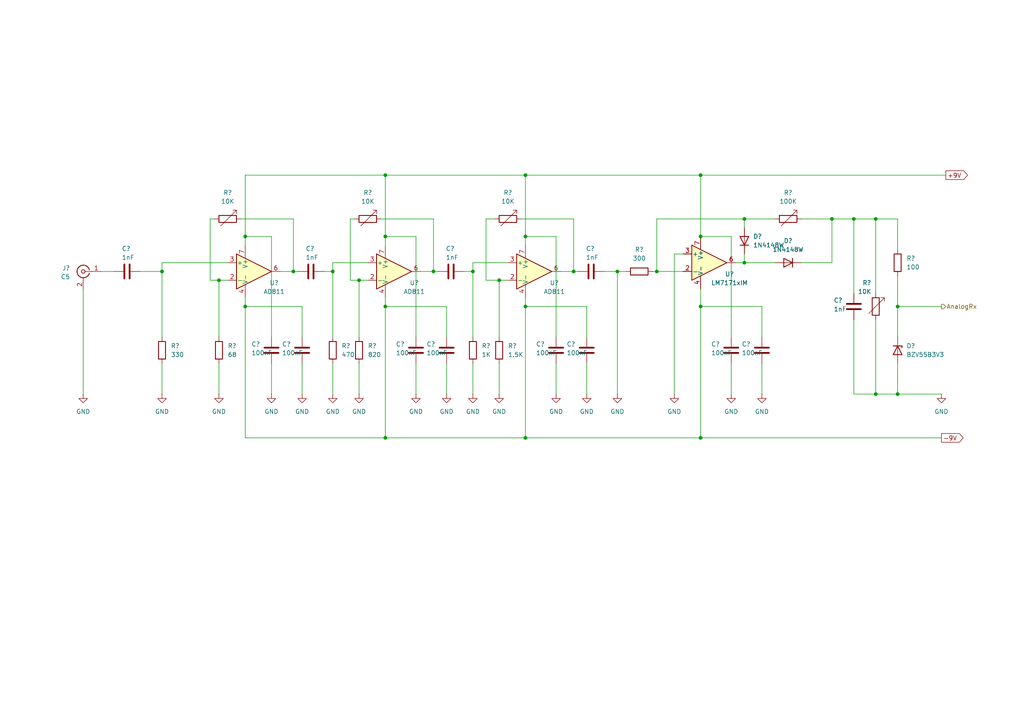
<source format=kicad_sch>
(kicad_sch (version 20231120) (generator "eeschema") (generator_version "8.0")
  (paper "A4")
  (title_block (title "Ultrasound") (company "Ege Turan") (comment 2 "Stanford, CA 94305") (comment 3 "Electrical Engineering Department") (comment 4 "Stanford University"))
  (lib_symbols
    (symbol "Amplifier_Operational:LM7171xIM" (pin_names (offset 0.127))
      (property "Reference" "U" (at 0 6.35 0))
      (property "Value" "LM7171xIM" (at 0 3.81 0))
      (symbol "LM7171xIM_1_1"
        (polyline (pts (xy -5.08 5.08) (xy 5.08 0) (xy -5.08 -5.08) (xy -5.08 5.08)) (stroke (width 0.254)) (fill (type background)))
        (pin no_connect line (at 0 2.54 270) (length 5.08) hide (name "NC") (number "1"))
        (pin input line (at -7.62 -2.54 0) (length 2.54) (name "-") (number "2"))
        (pin input line (at -7.62 2.54 0) (length 2.54) (name "+") (number "3"))
        (pin power_in line (at -2.54 -7.62 90) (length 3.81) (name "V-") (number "4"))
        (pin no_connect line (at 0 -2.54 90) (length 5.08) hide (name "NC") (number "5"))
        (pin output line (at 7.62 0 180) (length 2.54) (name "~") (number "6"))
        (pin power_in line (at -2.54 7.62 270) (length 3.81) (name "V+") (number "7"))
        (pin no_connect line (at 2.54 -1.27 90) (length 6.35) hide (name "NC") (number "8"))
      )
    )
    (symbol "Connector:Conn_Coaxial" (pin_names (offset 1.016) hide)
      (property "Reference" "J" (at 0.254 3.048 0))
      (property "Value" "Conn_Coaxial" (at 2.921 0 90))
      (symbol "Conn_Coaxial_0_1"
        (arc (start -1.778 -0.508) (mid 0.2311 -1.8066) (end 1.778 0) (stroke (width 0.254)))
        (polyline (pts (xy -2.54 0) (xy -0.508 0)))
        (polyline (pts (xy 0 -2.54) (xy 0 -1.778)))
        (circle (center 0 0) (radius 0.508) (stroke (width 0.2032)))
        (arc (start 1.778 0) (mid 0.2099 1.8101) (end -1.778 0.508) (stroke (width 0.254)))
      )
      (symbol "Conn_Coaxial_1_1"
        (pin passive line (at -5.08 0 0) (length 2.54) (name "In") (number "1"))
        (pin passive line (at 0 -5.08 90) (length 2.54) (name "Ext") (number "2"))
      )
    )
    (symbol "Device:C" (pin_numbers hide) (pin_names (offset 0.254))
      (property "Reference" "C" (at 0.635 2.54 0))
      (property "Value" "C" (at 0.635 -2.54 0))
      (symbol "C_0_1"
        (polyline (pts (xy -2.032 -0.762) (xy 2.032 -0.762)) (stroke (width 0.508)))
        (polyline (pts (xy -2.032 0.762) (xy 2.032 0.762)) (stroke (width 0.508)))
      )
      (symbol "C_1_1"
        (pin passive line (at 0 3.81 270) (length 2.794) (name "~") (number "1"))
        (pin passive line (at 0 -3.81 90) (length 2.794) (name "~") (number "2"))
      )
    )
    (symbol "Device:R" (pin_numbers hide) (pin_names (offset 0))
      (property "Reference" "R" (at 2.032 0 90))
      (property "Value" "R" (at 0 0 90))
      (symbol "R_0_1"
        (rectangle (start -1.016 -2.54) (end 1.016 2.54) (stroke (width 0.254)))
      )
      (symbol "R_1_1"
        (pin passive line (at 0 3.81 270) (length 1.27) (name "~") (number "1"))
        (pin passive line (at 0 -3.81 90) (length 1.27) (name "~") (number "2"))
      )
    )
    (symbol "Device:R_Variable" (pin_numbers hide) (pin_names (offset 0))
      (property "Reference" "R" (at 2.54 -2.54 90))
      (property "Value" "R_Variable" (at -2.54 -1.27 90))
      (symbol "R_Variable_0_1"
        (rectangle (start -1.016 -2.54) (end 1.016 2.54) (stroke (width 0.254)))
        (polyline (pts (xy 2.54 1.524) (xy 2.54 2.54) (xy 1.524 2.54) (xy 2.54 2.54) (xy -2.032 -2.032)))
      )
      (symbol "R_Variable_1_1"
        (pin passive line (at 0 3.81 270) (length 1.27) (name "~") (number "1"))
        (pin passive line (at 0 -3.81 90) (length 1.27) (name "~") (number "2"))
      )
    )
    (symbol "Diode:1N4148W" (pin_numbers hide) (pin_names hide)
      (property "Reference" "D" (at 0 2.54 0))
      (property "Value" "1N4148W" (at 0 -2.54 0))
      (symbol "1N4148W_0_1"
        (polyline (pts (xy -1.27 1.27) (xy -1.27 -1.27)) (stroke (width 0.254)))
        (polyline (pts (xy 1.27 0) (xy -1.27 0)))
        (polyline (pts (xy 1.27 1.27) (xy 1.27 -1.27) (xy -1.27 0) (xy 1.27 1.27)) (stroke (width 0.254)))
      )
      (symbol "1N4148W_1_1"
        (pin passive line (at -3.81 0 0) (length 2.54) (name "K") (number "1"))
        (pin passive line (at 3.81 0 180) (length 2.54) (name "A") (number "2"))
      )
    )
    (symbol "Diode:BZV55B3V3" (pin_numbers hide) (pin_names hide)
      (property "Reference" "D" (at 0 2.54 0))
      (property "Value" "BZV55B3V3" (at 0 -2.54 0))
      (symbol "BZV55B3V3_0_1"
        (polyline (pts (xy 1.27 0) (xy -1.27 0)))
        (polyline (pts (xy -1.27 -1.27) (xy -1.27 1.27) (xy -0.762 1.27)) (stroke (width 0.254)))
        (polyline (pts (xy 1.27 -1.27) (xy 1.27 1.27) (xy -1.27 0) (xy 1.27 -1.27)) (stroke (width 0.254)))
      )
      (symbol "BZV55B3V3_1_1"
        (pin passive line (at -3.81 0 0) (length 2.54) (name "K") (number "1"))
        (pin passive line (at 3.81 0 180) (length 2.54) (name "A") (number "2"))
      )
    )
    (symbol "power:GND" (power) (pin_numbers hide) (pin_names (offset 0) hide)
      (property "Value" "GND" (at 0 -3.81 0))
      (symbol "GND_0_1"
        (polyline (pts (xy 0 0) (xy 0 -1.27) (xy 1.27 -1.27) (xy 0 -2.54) (xy -1.27 -1.27) (xy 0 -1.27)))
      )
      (symbol "GND_1_1"
        (pin power_in line (at 0 0 270) (length 0) (name "~") (number "1"))
      )
    )
  )
  (junction (at 96.52 78.74))
  (junction (at 166.37 78.74))
  (junction (at 254 63.5))
  (junction (at 71.12 88.9))
  (junction (at 260.35 114.3))
  (junction (at 63.5 81.28))
  (junction (at 104.14 81.28))
  (junction (at 260.35 88.9))
  (junction (at 190.5 78.74))
  (junction (at 203.2 68.58))
  (junction (at 152.4 127))
  (junction (at 111.76 88.9))
  (junction (at 111.76 50.8))
  (junction (at 203.2 50.8))
  (junction (at 254 114.3))
  (junction (at 152.4 88.9))
  (junction (at 71.12 68.58))
  (junction (at 111.76 68.58))
  (junction (at 203.2 127))
  (junction (at 144.78 81.28))
  (junction (at 203.2 88.9))
  (junction (at 46.99 78.74))
  (junction (at 152.4 50.8))
  (junction (at 215.9 63.5))
  (junction (at 247.65 63.5))
  (junction (at 179.07 78.74))
  (junction (at 215.9 76.2))
  (junction (at 125.73 78.74))
  (junction (at 85.09 78.74))
  (junction (at 152.4 68.58))
  (junction (at 137.16 78.74))
  (junction (at 111.76 127))
  (junction (at 241.3 63.5))
  (wire (pts (xy 129.54 97.79) (xy 129.54 88.9)))
  (wire (pts (xy 85.09 63.5) (xy 85.09 78.74)))
  (wire (pts (xy 29.21 78.74) (xy 33.02 78.74)))
  (wire (pts (xy 71.12 86.36) (xy 71.12 88.9)))
  (wire (pts (xy 78.74 97.79) (xy 78.74 68.58)))
  (wire (pts (xy 215.9 63.5) (xy 224.79 63.5)))
  (wire (pts (xy 96.52 78.74) (xy 96.52 97.79)))
  (wire (pts (xy 69.85 63.5) (xy 85.09 63.5)))
  (wire (pts (xy 190.5 63.5) (xy 190.5 78.74)))
  (wire (pts (xy 111.76 88.9) (xy 111.76 127)))
  (wire (pts (xy 203.2 88.9) (xy 203.2 127)))
  (wire (pts (xy 170.18 97.79) (xy 170.18 88.9)))
  (wire (pts (xy 260.35 88.9) (xy 273.05 88.9)))
  (wire (pts (xy 254 63.5) (xy 247.65 63.5)))
  (wire (pts (xy 40.64 78.74) (xy 46.99 78.74)))
  (wire (pts (xy 111.76 68.58) (xy 120.65 68.58)))
  (wire (pts (xy 101.6 81.28) (xy 104.14 81.28)))
  (wire (pts (xy 260.35 105.41) (xy 260.35 114.3)))
  (wire (pts (xy 24.13 83.82) (xy 24.13 114.3)))
  (wire (pts (xy 247.65 92.71) (xy 247.65 114.3)))
  (wire (pts (xy 260.35 114.3) (xy 254 114.3)))
  (wire (pts (xy 101.6 63.5) (xy 102.87 63.5)))
  (wire (pts (xy 212.09 105.41) (xy 212.09 114.3)))
  (wire (pts (xy 166.37 63.5) (xy 166.37 78.74)))
  (wire (pts (xy 63.5 81.28) (xy 66.04 81.28)))
  (wire (pts (xy 215.9 73.66) (xy 215.9 76.2)))
  (wire (pts (xy 87.63 105.41) (xy 87.63 114.3)))
  (wire (pts (xy 144.78 105.41) (xy 144.78 114.3)))
  (wire (pts (xy 71.12 50.8) (xy 111.76 50.8)))
  (wire (pts (xy 60.96 63.5) (xy 62.23 63.5)))
  (wire (pts (xy 215.9 66.04) (xy 215.9 63.5)))
  (wire (pts (xy 166.37 78.74) (xy 167.64 78.74)))
  (wire (pts (xy 203.2 127) (xy 273.05 127)))
  (wire (pts (xy 144.78 81.28) (xy 144.78 97.79)))
  (wire (pts (xy 125.73 78.74) (xy 127 78.74)))
  (wire (pts (xy 162.56 78.74) (xy 166.37 78.74)))
  (wire (pts (xy 81.28 78.74) (xy 85.09 78.74)))
  (wire (pts (xy 254 63.5) (xy 254 85.09)))
  (wire (pts (xy 129.54 105.41) (xy 129.54 114.3)))
  (wire (pts (xy 111.76 127) (xy 152.4 127)))
  (wire (pts (xy 134.62 78.74) (xy 137.16 78.74)))
  (wire (pts (xy 152.4 127) (xy 203.2 127)))
  (wire (pts (xy 198.12 73.66) (xy 195.58 73.66)))
  (wire (pts (xy 63.5 105.41) (xy 63.5 114.3)))
  (wire (pts (xy 71.12 71.12) (xy 71.12 68.58)))
  (wire (pts (xy 161.29 105.41) (xy 161.29 114.3)))
  (wire (pts (xy 111.76 71.12) (xy 111.76 68.58)))
  (wire (pts (xy 120.65 105.41) (xy 120.65 114.3)))
  (wire (pts (xy 137.16 78.74) (xy 137.16 76.2)))
  (wire (pts (xy 220.98 97.79) (xy 220.98 88.9)))
  (wire (pts (xy 190.5 78.74) (xy 198.12 78.74)))
  (wire (pts (xy 110.49 63.5) (xy 125.73 63.5)))
  (wire (pts (xy 120.65 97.79) (xy 120.65 68.58)))
  (wire (pts (xy 87.63 97.79) (xy 87.63 88.9)))
  (wire (pts (xy 71.12 68.58) (xy 71.12 50.8)))
  (wire (pts (xy 46.99 78.74) (xy 46.99 97.79)))
  (wire (pts (xy 140.97 81.28) (xy 144.78 81.28)))
  (wire (pts (xy 220.98 88.9) (xy 203.2 88.9)))
  (wire (pts (xy 203.2 50.8) (xy 274.32 50.8)))
  (wire (pts (xy 96.52 76.2) (xy 106.68 76.2)))
  (wire (pts (xy 111.76 86.36) (xy 111.76 88.9)))
  (wire (pts (xy 140.97 63.5) (xy 143.51 63.5)))
  (wire (pts (xy 137.16 105.41) (xy 137.16 114.3)))
  (wire (pts (xy 170.18 105.41) (xy 170.18 114.3)))
  (wire (pts (xy 137.16 76.2) (xy 147.32 76.2)))
  (wire (pts (xy 129.54 88.9) (xy 111.76 88.9)))
  (wire (pts (xy 152.4 71.12) (xy 152.4 68.58)))
  (wire (pts (xy 151.13 63.5) (xy 166.37 63.5)))
  (wire (pts (xy 63.5 81.28) (xy 63.5 97.79)))
  (wire (pts (xy 179.07 78.74) (xy 179.07 114.3)))
  (wire (pts (xy 189.23 78.74) (xy 190.5 78.74)))
  (wire (pts (xy 78.74 105.41) (xy 78.74 114.3)))
  (wire (pts (xy 241.3 76.2) (xy 241.3 63.5)))
  (wire (pts (xy 140.97 63.5) (xy 140.97 81.28)))
  (wire (pts (xy 96.52 78.74) (xy 96.52 76.2)))
  (wire (pts (xy 179.07 78.74) (xy 181.61 78.74)))
  (wire (pts (xy 241.3 63.5) (xy 247.65 63.5)))
  (wire (pts (xy 203.2 50.8) (xy 203.2 68.58)))
  (wire (pts (xy 125.73 63.5) (xy 125.73 78.74)))
  (wire (pts (xy 260.35 63.5) (xy 260.35 72.39)))
  (wire (pts (xy 144.78 81.28) (xy 147.32 81.28)))
  (wire (pts (xy 71.12 88.9) (xy 71.12 127)))
  (wire (pts (xy 260.35 97.79) (xy 260.35 88.9)))
  (wire (pts (xy 46.99 105.41) (xy 46.99 114.3)))
  (wire (pts (xy 195.58 73.66) (xy 195.58 114.3)))
  (wire (pts (xy 63.5 81.28) (xy 60.96 81.28)))
  (wire (pts (xy 152.4 88.9) (xy 152.4 127)))
  (wire (pts (xy 137.16 78.74) (xy 137.16 97.79)))
  (wire (pts (xy 93.98 78.74) (xy 96.52 78.74)))
  (wire (pts (xy 175.26 78.74) (xy 179.07 78.74)))
  (wire (pts (xy 254 92.71) (xy 254 114.3)))
  (wire (pts (xy 60.96 81.28) (xy 60.96 63.5)))
  (wire (pts (xy 71.12 127) (xy 111.76 127)))
  (wire (pts (xy 71.12 68.58) (xy 78.74 68.58)))
  (wire (pts (xy 46.99 76.2) (xy 66.04 76.2)))
  (wire (pts (xy 215.9 76.2) (xy 224.79 76.2)))
  (wire (pts (xy 121.92 78.74) (xy 125.73 78.74)))
  (wire (pts (xy 203.2 83.82) (xy 203.2 88.9)))
  (wire (pts (xy 85.09 78.74) (xy 86.36 78.74)))
  (wire (pts (xy 152.4 68.58) (xy 161.29 68.58)))
  (wire (pts (xy 111.76 50.8) (xy 152.4 50.8)))
  (wire (pts (xy 104.14 81.28) (xy 104.14 97.79)))
  (wire (pts (xy 152.4 86.36) (xy 152.4 88.9)))
  (wire (pts (xy 220.98 105.41) (xy 220.98 114.3)))
  (wire (pts (xy 247.65 114.3) (xy 254 114.3)))
  (wire (pts (xy 232.41 63.5) (xy 241.3 63.5)))
  (wire (pts (xy 152.4 68.58) (xy 152.4 50.8)))
  (wire (pts (xy 101.6 63.5) (xy 101.6 81.28)))
  (wire (pts (xy 247.65 63.5) (xy 247.65 85.09)))
  (wire (pts (xy 232.41 76.2) (xy 241.3 76.2)))
  (wire (pts (xy 213.36 76.2) (xy 215.9 76.2)))
  (wire (pts (xy 46.99 78.74) (xy 46.99 76.2)))
  (wire (pts (xy 104.14 81.28) (xy 106.68 81.28)))
  (wire (pts (xy 260.35 114.3) (xy 273.05 114.3)))
  (wire (pts (xy 212.09 68.58) (xy 203.2 68.58)))
  (wire (pts (xy 254 63.5) (xy 260.35 63.5)))
  (wire (pts (xy 215.9 63.5) (xy 190.5 63.5)))
  (wire (pts (xy 152.4 50.8) (xy 203.2 50.8)))
  (wire (pts (xy 96.52 105.41) (xy 96.52 114.3)))
  (wire (pts (xy 104.14 105.41) (xy 104.14 114.3)))
  (wire (pts (xy 212.09 97.79) (xy 212.09 68.58)))
  (wire (pts (xy 170.18 88.9) (xy 152.4 88.9)))
  (wire (pts (xy 260.35 80.01) (xy 260.35 88.9)))
  (wire (pts (xy 161.29 97.79) (xy 161.29 68.58)))
  (wire (pts (xy 111.76 68.58) (xy 111.76 50.8)))
  (wire (pts (xy 87.63 88.9) (xy 71.12 88.9)))
  (global_label "-9V" (shape output) (at 273.05 127 0) (property "Intersheetrefs" "${INTERSHEET_REFS}" (effects (hide yes))))
  (global_label "+9V" (shape output) (at 274.32 50.8 0) (property "Intersheetrefs" "${INTERSHEET_REFS}" (effects (hide yes))))
  (hierarchical_label "AnalogRx" (shape output) (at 273.05 88.9 0))
  (symbol (lib_id "Device:C") (at 130.81 78.74 90) (unit 1)
    (property "Reference" "C?" (at 129.286 72.136 90) (effects (justify right)))
    (property "Value" "1nF" (at 129.286 74.676 90) (effects (justify right)))
    (property "Description" "Unpolarized capacitor" (effects (hide yes)))
  )
  (symbol (lib_id "Device:C") (at 78.74 101.6 180) (unit 1)
    (property "Reference" "C?" (at 72.898 99.822 0) (effects (justify right)))
    (property "Value" "100nF" (at 72.898 102.362 0) (effects (justify right)))
    (property "Description" "Unpolarized capacitor" (effects (hide yes)))
  )
  (symbol (lib_id "power:GND") (at 96.52 114.3 0) (unit 1)
    (property "Reference" "#PWR018" (effects (hide yes)))
    (property "Value" "GND" (at 96.52 119.38 0))
    (property "Description" "Power symbol creates a global label with name \"GND\" , ground" (effects (hide yes)))
  )
  (symbol (lib_id "Device:R_Variable") (at 106.68 63.5 270) (mirror x) (unit 1)
    (property "Reference" "R?" (at 106.68 55.88 90))
    (property "Value" "10K" (at 106.68 58.42 90))
    (property "Description" "Variable resistor" (effects (hide yes)))
  )
  (symbol (lib_id "Device:R_Variable") (at 228.6 63.5 270) (mirror x) (unit 1)
    (property "Reference" "R?" (at 228.6 55.88 90))
    (property "Value" "100K" (at 228.6 58.42 90))
    (property "Description" "Variable resistor" (effects (hide yes)))
  )
  (symbol (lib_id "Device:C") (at 90.17 78.74 90) (unit 1)
    (property "Reference" "C?" (at 88.646 72.136 90) (effects (justify right)))
    (property "Value" "1nF" (at 88.646 74.676 90) (effects (justify right)))
    (property "Description" "Unpolarized capacitor" (effects (hide yes)))
  )
  (symbol (lib_id "power:GND") (at 161.29 114.3 0) (unit 1)
    (property "Reference" "#PWR06" (effects (hide yes)))
    (property "Value" "GND" (at 161.29 119.38 0))
    (property "Description" "Power symbol creates a global label with name \"GND\" , ground" (effects (hide yes)))
  )
  (symbol (lib_id "Device:R") (at 144.78 101.6 0) (unit 1)
    (property "Reference" "R?" (at 147.32 100.3299 0) (effects (justify left)))
    (property "Value" "1.5K" (at 147.32 102.8699 0) (effects (justify left)))
    (property "Description" "Resistor" (effects (hide yes)))
  )
  (symbol (lib_id "Device:R_Variable") (at 147.32 63.5 270) (mirror x) (unit 1)
    (property "Reference" "R?" (at 147.32 55.88 90))
    (property "Value" "10K" (at 147.32 58.42 90))
    (property "Description" "Variable resistor" (effects (hide yes)))
  )
  (symbol (lib_id "Device:C") (at 171.45 78.74 90) (unit 1)
    (property "Reference" "C?" (at 169.926 72.136 90) (effects (justify right)))
    (property "Value" "1nF" (at 169.926 74.676 90) (effects (justify right)))
    (property "Description" "Unpolarized capacitor" (effects (hide yes)))
  )
  (symbol (lib_id "Device:C") (at 87.63 101.6 180) (unit 1)
    (property "Reference" "C?" (at 81.788 99.822 0) (effects (justify right)))
    (property "Value" "100nF" (at 81.788 102.362 0) (effects (justify right)))
    (property "Description" "Unpolarized capacitor" (effects (hide yes)))
  )
  (symbol (lib_id "Device:R") (at 63.5 101.6 0) (unit 1)
    (property "Reference" "R?" (at 66.04 100.3299 0) (effects (justify left)))
    (property "Value" "68" (at 66.04 102.8699 0) (effects (justify left)))
    (property "Description" "Resistor" (effects (hide yes)))
  )
  (symbol (lib_id "power:GND") (at 87.63 114.3 0) (unit 1)
    (property "Reference" "#PWR014" (effects (hide yes)))
    (property "Value" "GND" (at 87.63 119.38 0))
    (property "Description" "Power symbol creates a global label with name \"GND\" , ground" (effects (hide yes)))
  )
  (symbol (lib_id "power:GND") (at 179.07 114.3 0) (unit 1)
    (property "Reference" "#PWR04" (effects (hide yes)))
    (property "Value" "GND" (at 179.07 119.38 0))
    (property "Description" "Power symbol creates a global label with name \"GND\" , ground" (effects (hide yes)))
  )
  (symbol (lib_id "Device:R") (at 96.52 101.6 0) (unit 1)
    (property "Reference" "R?" (at 99.06 100.3299 0) (effects (justify left)))
    (property "Value" "470" (at 99.06 102.8699 0) (effects (justify left)))
    (property "Description" "Resistor" (effects (hide yes)))
  )
  (symbol (lib_id "Device:R") (at 185.42 78.74 90) (unit 1)
    (property "Reference" "R?" (at 185.42 72.39 90))
    (property "Value" "300" (at 185.42 74.93 90))
    (property "Description" "Resistor" (effects (hide yes)))
  )
  (symbol (lib_id "Device:C") (at 161.29 101.6 180) (unit 1)
    (property "Reference" "C?" (at 155.448 99.822 0) (effects (justify right)))
    (property "Value" "100nF" (at 155.448 102.362 0) (effects (justify right)))
    (property "Description" "Unpolarized capacitor" (effects (hide yes)))
  )
  (symbol (lib_id "power:GND") (at 170.18 114.3 0) (unit 1)
    (property "Reference" "#PWR07" (effects (hide yes)))
    (property "Value" "GND" (at 170.18 119.38 0))
    (property "Description" "Power symbol creates a global label with name \"GND\" , ground" (effects (hide yes)))
  )
  (symbol (lib_id "Device:C") (at 36.83 78.74 90) (unit 1)
    (property "Reference" "C?" (at 35.306 72.136 90) (effects (justify right)))
    (property "Value" "1nF" (at 35.306 74.676 90) (effects (justify right)))
    (property "Description" "Unpolarized capacitor" (effects (hide yes)))
  )
  (symbol (lib_id "Device:C") (at 170.18 101.6 180) (unit 1)
    (property "Reference" "C?" (at 164.338 99.822 0) (effects (justify right)))
    (property "Value" "100nF" (at 164.338 102.362 0) (effects (justify right)))
    (property "Description" "Unpolarized capacitor" (effects (hide yes)))
  )
  (symbol (lib_id "Device:R") (at 46.99 101.6 0) (unit 1)
    (property "Reference" "R?" (at 49.53 100.3299 0) (effects (justify left)))
    (property "Value" "330" (at 49.53 102.8699 0) (effects (justify left)))
    (property "Description" "Resistor" (effects (hide yes)))
  )
  (symbol (lib_id "power:GND") (at 129.54 114.3 0) (unit 1)
    (property "Reference" "#PWR011" (effects (hide yes)))
    (property "Value" "GND" (at 129.54 119.38 0))
    (property "Description" "Power symbol creates a global label with name \"GND\" , ground" (effects (hide yes)))
  )
  (symbol (lib_id "Diode:1N4148W") (at 215.9 69.85 90) (unit 1)
    (property "Reference" "D?" (at 218.44 68.5799 90) (effects (justify right)))
    (property "Value" "1N4148W" (at 218.44 71.1199 90) (effects (justify right)))
    (property "Footprint" "Diode_SMD:D_SOD-123" (effects (hide yes)))
    (property "Datasheet" "https://www.vishay.com/docs/85748/1n4148w.pdf" (effects (hide yes)))
    (property "Description" "75V 0.15A Fast Switching Diode, SOD-123" (effects (hide yes)))
    (property "Sim.Device" "D" (effects (hide yes)))
    (property "Sim.Pins" "1=K 2=A" (effects (hide yes)))
  )
  (symbol (lib_id "Device:C") (at 120.65 101.6 180) (unit 1)
    (property "Reference" "C?" (at 114.808 99.822 0) (effects (justify right)))
    (property "Value" "100nF" (at 114.808 102.362 0) (effects (justify right)))
    (property "Description" "Unpolarized capacitor" (effects (hide yes)))
  )
  (symbol (lib_id "Amplifier_Operational:LM7171xIM") (at 114.3 78.74 0) (unit 1)
    (property "Reference" "U?" (at 120.142 82.042 0))
    (property "Value" "AD811" (at 120.142 84.582 0))
    (property "Footprint" "Package_SO:SOIC-8_3.9x4.9mm_P1.27mm" (effects (hide yes)))
  )
  (symbol (lib_id "Device:R") (at 104.14 101.6 0) (unit 1)
    (property "Reference" "R?" (at 106.68 100.3299 0) (effects (justify left)))
    (property "Value" "820" (at 106.68 102.8699 0) (effects (justify left)))
    (property "Description" "Resistor" (effects (hide yes)))
  )
  (symbol (lib_id "Device:C") (at 220.98 101.6 180) (unit 1)
    (property "Reference" "C?" (at 215.138 99.822 0) (effects (justify right)))
    (property "Value" "100nF" (at 215.138 102.362 0) (effects (justify right)))
    (property "Description" "Unpolarized capacitor" (effects (hide yes)))
  )
  (symbol (lib_id "Device:C") (at 212.09 101.6 180) (unit 1)
    (property "Reference" "C?" (at 206.248 99.822 0) (effects (justify right)))
    (property "Value" "100nF" (at 206.248 102.362 0) (effects (justify right)))
    (property "Description" "Unpolarized capacitor" (effects (hide yes)))
  )
  (symbol (lib_id "Amplifier_Operational:LM7171xIM") (at 205.74 76.2 0) (unit 1)
    (property "Reference" "U?" (at 211.582 79.502 0))
    (property "Value" "LM7171xIM" (at 211.582 82.042 0))
    (property "Footprint" "Package_SO:SOIC-8_3.9x4.9mm_P1.27mm" (effects (hide yes)))
    (property "Datasheet" "https://www.ti.com/lit/ds/symlink/lm7171.pdf" (effects (hide yes)))
    (property "Description" "Single Very High Speed High Output Current Voltage Feedback Amplifier, SOIC-8" (effects (hide yes)))
  )
  (symbol (lib_id "power:GND") (at 273.05 114.3 0) (unit 1)
    (property "Reference" "#PWR02" (effects (hide yes)))
    (property "Value" "GND" (at 273.05 119.38 0))
    (property "Description" "Power symbol creates a global label with name \"GND\" , ground" (effects (hide yes)))
  )
  (symbol (lib_id "power:GND") (at 24.13 114.3 0) (unit 1)
    (property "Reference" "#PWR015" (effects (hide yes)))
    (property "Value" "GND" (at 24.13 119.38 0))
    (property "Description" "Power symbol creates a global label with name \"GND\" , ground" (effects (hide yes)))
  )
  (symbol (lib_id "Diode:1N4148W") (at 228.6 76.2 180) (unit 1)
    (property "Reference" "D?" (at 228.6 69.85 0))
    (property "Value" "1N4148W" (at 228.6 72.39 0))
    (property "Footprint" "Diode_SMD:D_SOD-123" (effects (hide yes)))
    (property "Datasheet" "https://www.vishay.com/docs/85748/1n4148w.pdf" (effects (hide yes)))
    (property "Description" "75V 0.15A Fast Switching Diode, SOD-123" (effects (hide yes)))
    (property "Sim.Device" "D" (effects (hide yes)))
    (property "Sim.Pins" "1=K 2=A" (effects (hide yes)))
  )
  (symbol (lib_id "power:GND") (at 78.74 114.3 0) (unit 1)
    (property "Reference" "#PWR013" (effects (hide yes)))
    (property "Value" "GND" (at 78.74 119.38 0))
    (property "Description" "Power symbol creates a global label with name \"GND\" , ground" (effects (hide yes)))
  )
  (symbol (lib_id "Device:C") (at 129.54 101.6 180) (unit 1)
    (property "Reference" "C?" (at 123.698 99.822 0) (effects (justify right)))
    (property "Value" "100nF" (at 123.698 102.362 0) (effects (justify right)))
    (property "Description" "Unpolarized capacitor" (effects (hide yes)))
  )
  (symbol (lib_id "power:GND") (at 144.78 114.3 0) (unit 1)
    (property "Reference" "#PWR08" (effects (hide yes)))
    (property "Value" "GND" (at 144.78 119.38 0))
    (property "Description" "Power symbol creates a global label with name \"GND\" , ground" (effects (hide yes)))
  )
  (symbol (lib_id "Device:R") (at 260.35 76.2 0) (unit 1)
    (property "Reference" "R?" (at 262.89 74.9299 0) (effects (justify left)))
    (property "Value" "100" (at 262.89 77.4699 0) (effects (justify left)))
    (property "Description" "Resistor" (effects (hide yes)))
  )
  (symbol (lib_id "Device:R_Variable") (at 66.04 63.5 270) (mirror x) (unit 1)
    (property "Reference" "R?" (at 66.04 55.88 90))
    (property "Value" "10K" (at 66.04 58.42 90))
    (property "Description" "Variable resistor" (effects (hide yes)))
  )
  (symbol (lib_id "power:GND") (at 137.16 114.3 0) (unit 1)
    (property "Reference" "#PWR017" (effects (hide yes)))
    (property "Value" "GND" (at 137.16 119.38 0))
    (property "Description" "Power symbol creates a global label with name \"GND\" , ground" (effects (hide yes)))
  )
  (symbol (lib_id "power:GND") (at 120.65 114.3 0) (unit 1)
    (property "Reference" "#PWR010" (effects (hide yes)))
    (property "Value" "GND" (at 120.65 119.38 0))
    (property "Description" "Power symbol creates a global label with name \"GND\" , ground" (effects (hide yes)))
  )
  (symbol (lib_id "Connector:Conn_Coaxial") (at 24.13 78.74 0) (mirror y) (unit 1)
    (property "Reference" "J?" (at 20.32 77.7631 0) (effects (justify left)))
    (property "Value" "C5" (at 20.32 80.3031 0) (effects (justify left)))
    (property "Description" "coaxial connector (BNC, SMA, SMB, SMC, Cinch/RCA, LEMO, ...)" (effects (hide yes)))
  )
  (symbol (lib_id "Device:C") (at 247.65 88.9 180) (unit 1)
    (property "Reference" "C?" (at 241.808 87.122 0) (effects (justify right)))
    (property "Value" "1nF" (at 241.808 89.662 0) (effects (justify right)))
    (property "Description" "Unpolarized capacitor" (effects (hide yes)))
  )
  (symbol (lib_id "power:GND") (at 63.5 114.3 0) (unit 1)
    (property "Reference" "#PWR012" (effects (hide yes)))
    (property "Value" "GND" (at 63.5 119.38 0))
    (property "Description" "Power symbol creates a global label with name \"GND\" , ground" (effects (hide yes)))
  )
  (symbol (lib_id "power:GND") (at 46.99 114.3 0) (unit 1)
    (property "Reference" "#PWR016" (effects (hide yes)))
    (property "Value" "GND" (at 46.99 119.38 0))
    (property "Description" "Power symbol creates a global label with name \"GND\" , ground" (effects (hide yes)))
  )
  (symbol (lib_id "Device:R_Variable") (at 254 88.9 0) (unit 1)
    (property "Reference" "R?" (at 252.73 82.042 0) (effects (justify right)))
    (property "Value" "10K" (at 252.73 84.582 0) (effects (justify right)))
    (property "Description" "Variable resistor" (effects (hide yes)))
  )
  (symbol (lib_id "power:GND") (at 195.58 114.3 0) (unit 1)
    (property "Reference" "#PWR03" (effects (hide yes)))
    (property "Value" "GND" (at 195.58 119.38 0))
    (property "Description" "Power symbol creates a global label with name \"GND\" , ground" (effects (hide yes)))
  )
  (symbol (lib_id "power:GND") (at 104.14 114.3 0) (unit 1)
    (property "Reference" "#PWR09" (effects (hide yes)))
    (property "Value" "GND" (at 104.14 119.38 0))
    (property "Description" "Power symbol creates a global label with name \"GND\" , ground" (effects (hide yes)))
  )
  (symbol (lib_id "Diode:BZV55B3V3") (at 260.35 101.6 270) (unit 1)
    (property "Reference" "D?" (at 262.89 100.3299 90) (effects (justify left)))
    (property "Value" "BZV55B3V3" (at 262.89 102.8699 90) (effects (justify left)))
    (property "Footprint" "Diode_SMD:D_MiniMELF" (effects (hide yes)))
    (property "Datasheet" "https://assets.nexperia.com/documents/data-sheet/BZV55_SER.pdf" (effects (hide yes)))
    (property "Description" "3.3V, 500mW, 2%, Zener diode, MiniMELF" (effects (hide yes)))
  )
  (symbol (lib_id "Amplifier_Operational:LM7171xIM") (at 154.94 78.74 0) (unit 1)
    (property "Reference" "U?" (at 160.782 82.042 0))
    (property "Value" "AD811" (at 160.782 84.582 0))
    (property "Footprint" "Package_SO:SOIC-8_3.9x4.9mm_P1.27mm" (effects (hide yes)))
  )
  (symbol (lib_id "power:GND") (at 220.98 114.3 0) (unit 1)
    (property "Reference" "#PWR01" (effects (hide yes)))
    (property "Value" "GND" (at 220.98 119.38 0))
    (property "Description" "Power symbol creates a global label with name \"GND\" , ground" (effects (hide yes)))
  )
  (symbol (lib_id "power:GND") (at 212.09 114.3 0) (unit 1)
    (property "Reference" "#PWR05" (effects (hide yes)))
    (property "Value" "GND" (at 212.09 119.38 0))
    (property "Description" "Power symbol creates a global label with name \"GND\" , ground" (effects (hide yes)))
  )
  (symbol (lib_id "Amplifier_Operational:LM7171xIM") (at 73.66 78.74 0) (unit 1)
    (property "Reference" "U?" (at 79.502 82.042 0))
    (property "Value" "AD811" (at 79.502 84.582 0))
    (property "Footprint" "Package_SO:SOIC-8_3.9x4.9mm_P1.27mm" (effects (hide yes)))
  )
  (symbol (lib_id "Device:R") (at 137.16 101.6 0) (unit 1)
    (property "Reference" "R?" (at 139.7 100.3299 0) (effects (justify left)))
    (property "Value" "1K" (at 139.7 102.8699 0) (effects (justify left)))
    (property "Description" "Resistor" (effects (hide yes)))
  )
)
</source>
